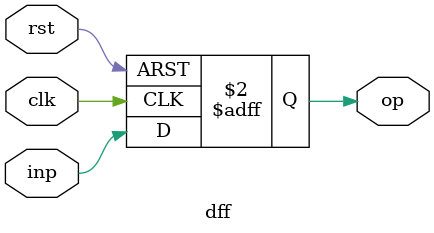
<source format=v>
`timescale 1ns/1ps

module dff(input clk, rst, inp, output reg op);

    always @(posedge clk or posedge rst) begin
        if(rst)
            op <= 1'b0;
        else
            op <= inp;
    end

endmodule

</source>
